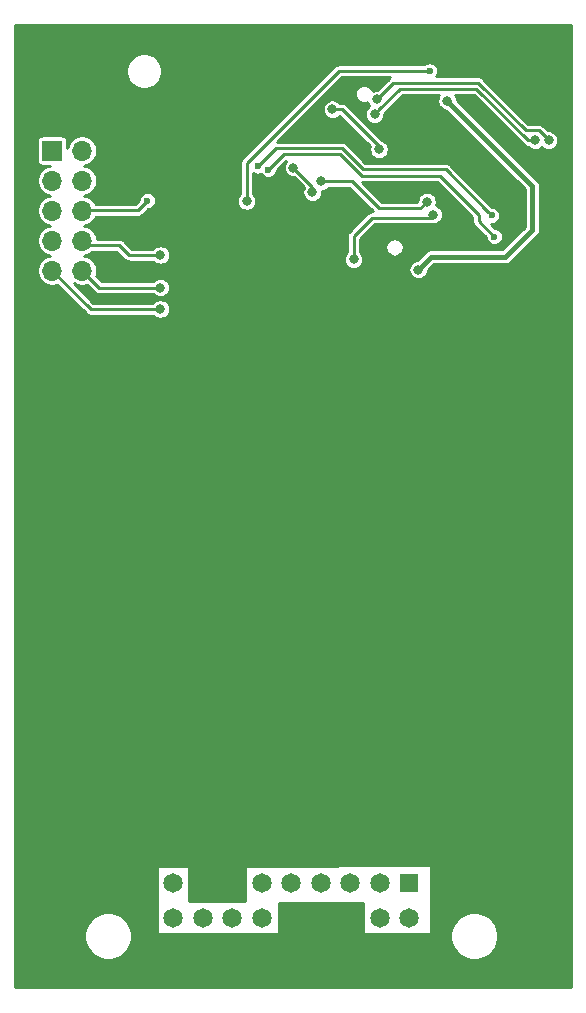
<source format=gbr>
G04 #@! TF.GenerationSoftware,KiCad,Pcbnew,(5.1.6)-1*
G04 #@! TF.CreationDate,2020-12-13T22:16:35+01:00*
G04 #@! TF.ProjectId,ETBC_2020,45544243-5f32-4303-9230-2e6b69636164,rev?*
G04 #@! TF.SameCoordinates,Original*
G04 #@! TF.FileFunction,Copper,L2,Bot*
G04 #@! TF.FilePolarity,Positive*
%FSLAX46Y46*%
G04 Gerber Fmt 4.6, Leading zero omitted, Abs format (unit mm)*
G04 Created by KiCad (PCBNEW (5.1.6)-1) date 2020-12-13 22:16:35*
%MOMM*%
%LPD*%
G01*
G04 APERTURE LIST*
G04 #@! TA.AperFunction,ComponentPad*
%ADD10O,1.700000X1.700000*%
G04 #@! TD*
G04 #@! TA.AperFunction,ComponentPad*
%ADD11R,1.700000X1.700000*%
G04 #@! TD*
G04 #@! TA.AperFunction,ComponentPad*
%ADD12R,1.650000X1.650000*%
G04 #@! TD*
G04 #@! TA.AperFunction,ComponentPad*
%ADD13C,1.650000*%
G04 #@! TD*
G04 #@! TA.AperFunction,ComponentPad*
%ADD14C,0.800000*%
G04 #@! TD*
G04 #@! TA.AperFunction,ComponentPad*
%ADD15C,6.400000*%
G04 #@! TD*
G04 #@! TA.AperFunction,ViaPad*
%ADD16C,0.800000*%
G04 #@! TD*
G04 #@! TA.AperFunction,ViaPad*
%ADD17C,0.600000*%
G04 #@! TD*
G04 #@! TA.AperFunction,Conductor*
%ADD18C,0.250000*%
G04 #@! TD*
G04 #@! TA.AperFunction,Conductor*
%ADD19C,0.431800*%
G04 #@! TD*
G04 #@! TA.AperFunction,Conductor*
%ADD20C,0.254000*%
G04 #@! TD*
G04 APERTURE END LIST*
D10*
X82115000Y-46135000D03*
X79575000Y-46135000D03*
X82115000Y-43595000D03*
X79575000Y-43595000D03*
X82115000Y-41055000D03*
X79575000Y-41055000D03*
X82115000Y-38515000D03*
X79575000Y-38515000D03*
X82115000Y-35975000D03*
D11*
X79575000Y-35975000D03*
D12*
X109825000Y-97975000D03*
D13*
X107325000Y-97975000D03*
X104825000Y-97975000D03*
X102325000Y-97975000D03*
X99825000Y-97975000D03*
X97325000Y-97975000D03*
X94825000Y-97975000D03*
X92325000Y-97975000D03*
X89825000Y-97975000D03*
X109825000Y-100975000D03*
X107325000Y-100975000D03*
X104825000Y-100975000D03*
X102325000Y-100975000D03*
X99825000Y-100975000D03*
X97325000Y-100975000D03*
X94825000Y-100975000D03*
X92325000Y-100975000D03*
X89825000Y-100975000D03*
D14*
X101697056Y-86302944D03*
X100000000Y-85600000D03*
X98302944Y-86302944D03*
X97600000Y-88000000D03*
X98302944Y-89697056D03*
X100000000Y-90400000D03*
X101697056Y-89697056D03*
X102400000Y-88000000D03*
D15*
X100000000Y-88000000D03*
D14*
X121997056Y-26802944D03*
X120300000Y-26100000D03*
X118602944Y-26802944D03*
X117900000Y-28500000D03*
X118602944Y-30197056D03*
X120300000Y-30900000D03*
X121997056Y-30197056D03*
X122700000Y-28500000D03*
D15*
X120300000Y-28500000D03*
D14*
X81397056Y-26802944D03*
X79700000Y-26100000D03*
X78002944Y-26802944D03*
X77300000Y-28500000D03*
X78002944Y-30197056D03*
X79700000Y-30900000D03*
X81397056Y-30197056D03*
X82100000Y-28500000D03*
D15*
X79700000Y-28500000D03*
D16*
X95150000Y-60375000D03*
X118475000Y-47825000D03*
X114575000Y-47825000D03*
X97275000Y-34475000D03*
X87150000Y-59225000D03*
X110725000Y-57775000D03*
X110725000Y-55975000D03*
X111875000Y-60200000D03*
X103675000Y-34475000D03*
X111025000Y-35425000D03*
X113325000Y-35100000D03*
X94875000Y-72100000D03*
X96375000Y-72100000D03*
X97875000Y-72100000D03*
X99375000Y-72100000D03*
X100875000Y-72100000D03*
X102375000Y-72100000D03*
X103875000Y-72100000D03*
X105375000Y-72100000D03*
X94875000Y-73600000D03*
X96375000Y-73600000D03*
X97875000Y-73600000D03*
X99375000Y-73600000D03*
X100875000Y-73600000D03*
X102375000Y-73600000D03*
X103875000Y-73600000D03*
X105375000Y-73600000D03*
X94875000Y-75100000D03*
X96375000Y-75100000D03*
X97875000Y-75100000D03*
X99375000Y-75100000D03*
X100875000Y-75100000D03*
X102375000Y-75100000D03*
X103875000Y-75100000D03*
X105375000Y-75100000D03*
X94875000Y-76600000D03*
X96375000Y-76600000D03*
X97875000Y-76600000D03*
X99375000Y-76600000D03*
X100875000Y-76600000D03*
X102375000Y-76600000D03*
X103875000Y-76600000D03*
X105375000Y-76600000D03*
X94875000Y-78100000D03*
X96375000Y-78100000D03*
X97875000Y-78100000D03*
X99375000Y-78100000D03*
X100875000Y-78100000D03*
X102375000Y-78100000D03*
X103875000Y-78100000D03*
X105375000Y-78100000D03*
X94875000Y-79600000D03*
X96375000Y-79600000D03*
X97875000Y-79600000D03*
X99375000Y-79600000D03*
X100875000Y-79600000D03*
X102375000Y-79600000D03*
X103875000Y-79600000D03*
X105375000Y-79600000D03*
X94875000Y-81100000D03*
X96375000Y-81100000D03*
X97875000Y-81100000D03*
X99375000Y-81100000D03*
X100875000Y-81100000D03*
X102375000Y-81100000D03*
X103875000Y-81100000D03*
X105375000Y-81100000D03*
X94875000Y-82600000D03*
X96375000Y-82600000D03*
X97875000Y-82600000D03*
X99375000Y-82600000D03*
X100875000Y-82600000D03*
X102375000Y-82600000D03*
X103875000Y-82600000D03*
X105375000Y-82600000D03*
X94875000Y-84100000D03*
X96375000Y-84100000D03*
X103875000Y-84100000D03*
X105375000Y-84100000D03*
X94875000Y-85600000D03*
X105375000Y-85600000D03*
X98175000Y-60300000D03*
X99475000Y-60300000D03*
X100775000Y-60300000D03*
X102075000Y-60300000D03*
X98175000Y-61600000D03*
X99475000Y-61600000D03*
X100775000Y-61600000D03*
X102075000Y-61600000D03*
X98175000Y-62900000D03*
X99475000Y-62900000D03*
X100775000Y-62900000D03*
X102075000Y-62900000D03*
X98175000Y-64200000D03*
X99475000Y-64200000D03*
X100775000Y-64200000D03*
X102075000Y-64200000D03*
X98175000Y-65500000D03*
X99475000Y-65500000D03*
X100775000Y-65500000D03*
X102075000Y-65500000D03*
X98175000Y-66800000D03*
X99475000Y-66800000D03*
X100775000Y-66800000D03*
X102075000Y-66800000D03*
X98175000Y-68100000D03*
X99475000Y-68100000D03*
X100775000Y-68100000D03*
X102075000Y-68100000D03*
X98175000Y-69400000D03*
X99475000Y-69400000D03*
X100775000Y-69400000D03*
X102075000Y-69400000D03*
X98175000Y-70700000D03*
X99475000Y-70700000D03*
X100775000Y-70700000D03*
X102075000Y-70700000D03*
X91050000Y-52475000D03*
X92350000Y-52475000D03*
X93650000Y-52475000D03*
X91050000Y-53775000D03*
X92350000Y-53775000D03*
X93650000Y-53775000D03*
X104050000Y-53775000D03*
X92350000Y-55075000D03*
X93650000Y-55075000D03*
X94950000Y-55075000D03*
X96250000Y-55075000D03*
X97550000Y-55075000D03*
X98850000Y-55075000D03*
X100150000Y-55075000D03*
X101450000Y-55075000D03*
X102750000Y-55075000D03*
X104050000Y-55075000D03*
X93650000Y-56375000D03*
X94950000Y-56375000D03*
X96250000Y-56375000D03*
X97550000Y-56375000D03*
X98850000Y-56375000D03*
X100150000Y-56375000D03*
X101450000Y-56375000D03*
X102750000Y-56375000D03*
X104050000Y-56375000D03*
X94950000Y-57675000D03*
X96250000Y-57675000D03*
X97550000Y-57675000D03*
X98850000Y-57675000D03*
X100150000Y-57675000D03*
X101450000Y-57675000D03*
X102750000Y-57675000D03*
X104050000Y-57675000D03*
X97550000Y-58975000D03*
X98850000Y-58975000D03*
X100150000Y-58975000D03*
X101450000Y-58975000D03*
X102750000Y-58975000D03*
X103525000Y-40300000D03*
X110912500Y-59137500D03*
X87150000Y-58250000D03*
X87150000Y-57250000D03*
X81425000Y-51200000D03*
X82550000Y-51200000D03*
X83900000Y-51200000D03*
D17*
X96999998Y-37300000D03*
X116800000Y-41460000D03*
X117025000Y-43275000D03*
X97875000Y-37600000D03*
D16*
X111325000Y-40300000D03*
X102375000Y-38575000D03*
D17*
X87650010Y-40225000D03*
D16*
X88740000Y-49400000D03*
X88725000Y-47575000D03*
D17*
X111550000Y-29225000D03*
D16*
X96050000Y-40250000D03*
X105100000Y-45200000D03*
X111850000Y-41400000D03*
X88750000Y-44825000D03*
X107075000Y-31650000D03*
X121625000Y-35100000D03*
X120475000Y-35125000D03*
X106875000Y-32900000D03*
X100000000Y-37425000D03*
X101600000Y-39525000D03*
X107250000Y-35875000D03*
X103300002Y-32475000D03*
X113025000Y-31775000D03*
X110575000Y-46050000D03*
D18*
X98500008Y-35799990D02*
X104111400Y-35799990D01*
X112890000Y-37550000D02*
X116500001Y-41160001D01*
X116500001Y-41160001D02*
X116800000Y-41460000D01*
X105861410Y-37550000D02*
X112890000Y-37550000D01*
X104111400Y-35799990D02*
X105861410Y-37550000D01*
X96999998Y-37300000D02*
X98500008Y-35799990D01*
X105775000Y-38100000D02*
X103925000Y-36250000D01*
X99225000Y-36250000D02*
X98174999Y-37300001D01*
X117025000Y-43275000D02*
X115704999Y-41954999D01*
X112400000Y-38100000D02*
X105775000Y-38100000D01*
X98174999Y-37300001D02*
X97875000Y-37600000D01*
X115704999Y-41404999D02*
X112400000Y-38100000D01*
X115704999Y-41954999D02*
X115704999Y-41404999D01*
X103925000Y-36250000D02*
X99225000Y-36250000D01*
X86825010Y-41050000D02*
X87650010Y-40225000D01*
X82115000Y-41055000D02*
X82120000Y-41050000D01*
X82120000Y-41050000D02*
X86825010Y-41050000D01*
X110750000Y-40875000D02*
X107275000Y-40875000D01*
X111325000Y-40300000D02*
X110750000Y-40875000D01*
X107275000Y-40875000D02*
X104975000Y-38575000D01*
X104975000Y-38575000D02*
X102375000Y-38575000D01*
X79575000Y-46135000D02*
X82840000Y-49400000D01*
X82840000Y-49400000D02*
X88740000Y-49400000D01*
X83555000Y-47575000D02*
X82115000Y-46135000D01*
X88725000Y-47575000D02*
X83555000Y-47575000D01*
X111550000Y-29225000D02*
X103875000Y-29225000D01*
X96050000Y-37050000D02*
X96050000Y-40250000D01*
X103875000Y-29225000D02*
X96050000Y-37050000D01*
X105100000Y-43250000D02*
X106675000Y-41675000D01*
X105100000Y-45200000D02*
X105100000Y-43250000D01*
X106675000Y-41675000D02*
X111575000Y-41675000D01*
X111575000Y-41675000D02*
X111850000Y-41400000D01*
X82500000Y-43980000D02*
X82115000Y-43595000D01*
X88750000Y-44825000D02*
X86085000Y-44825000D01*
X85240000Y-43980000D02*
X82500000Y-43980000D01*
X86085000Y-44825000D02*
X85240000Y-43980000D01*
X120785000Y-34260000D02*
X121625000Y-35100000D01*
X119680000Y-34260000D02*
X120785000Y-34260000D01*
X115670000Y-30250000D02*
X119680000Y-34260000D01*
X107075000Y-31650000D02*
X108475000Y-30250000D01*
X108475000Y-30250000D02*
X115670000Y-30250000D01*
X115508590Y-30725000D02*
X109050000Y-30725000D01*
X119908590Y-35125000D02*
X115508590Y-30725000D01*
X107274999Y-32500001D02*
X106875000Y-32900000D01*
X109050000Y-30725000D02*
X107274999Y-32500001D01*
X120475000Y-35125000D02*
X119908590Y-35125000D01*
X100000000Y-37425000D02*
X101600000Y-39025000D01*
X101600000Y-39025000D02*
X101600000Y-39525000D01*
X104125000Y-32475000D02*
X103300002Y-32475000D01*
X107250000Y-35875000D02*
X107250000Y-35600000D01*
X107250000Y-35600000D02*
X104125000Y-32475000D01*
D19*
X120250000Y-42675000D02*
X117950000Y-44975000D01*
X113025000Y-31775000D02*
X120250000Y-39000000D01*
X120250000Y-39000000D02*
X120250000Y-42675000D01*
X117950000Y-44975000D02*
X111650000Y-44975000D01*
X111650000Y-44975000D02*
X110575000Y-46050000D01*
D20*
G36*
X123523001Y-106827974D02*
G01*
X76477000Y-106827974D01*
X76477000Y-102275358D01*
X82298000Y-102275358D01*
X82298000Y-102674642D01*
X82375896Y-103066254D01*
X82528696Y-103435145D01*
X82750526Y-103767137D01*
X83032863Y-104049474D01*
X83364855Y-104271304D01*
X83733746Y-104424104D01*
X84125358Y-104502000D01*
X84524642Y-104502000D01*
X84916254Y-104424104D01*
X85285145Y-104271304D01*
X85617137Y-104049474D01*
X85899474Y-103767137D01*
X86121304Y-103435145D01*
X86274104Y-103066254D01*
X86352000Y-102674642D01*
X86352000Y-102275358D01*
X86274104Y-101883746D01*
X86121304Y-101514855D01*
X85899474Y-101182863D01*
X85617137Y-100900526D01*
X85285145Y-100678696D01*
X84916254Y-100525896D01*
X84524642Y-100448000D01*
X84125358Y-100448000D01*
X83733746Y-100525896D01*
X83364855Y-100678696D01*
X83032863Y-100900526D01*
X82750526Y-101182863D01*
X82528696Y-101514855D01*
X82375896Y-101883746D01*
X82298000Y-102275358D01*
X76477000Y-102275358D01*
X76477000Y-96675000D01*
X88423000Y-96675000D01*
X88423000Y-102225000D01*
X88425440Y-102249776D01*
X88432667Y-102273601D01*
X88444403Y-102295557D01*
X88460197Y-102314803D01*
X88479443Y-102330597D01*
X88501399Y-102342333D01*
X88525224Y-102349560D01*
X88550000Y-102352000D01*
X98625000Y-102352000D01*
X98649776Y-102349560D01*
X98673601Y-102342333D01*
X98695557Y-102330597D01*
X98714803Y-102314803D01*
X98730597Y-102295557D01*
X98742333Y-102273601D01*
X98749560Y-102249776D01*
X98752000Y-102225000D01*
X98752000Y-99702000D01*
X105898000Y-99702000D01*
X105898000Y-102150000D01*
X105900440Y-102174776D01*
X105907667Y-102198601D01*
X105919403Y-102220557D01*
X105935197Y-102239803D01*
X105954443Y-102255597D01*
X105976399Y-102267333D01*
X106000224Y-102274560D01*
X106025000Y-102277000D01*
X111525000Y-102277000D01*
X111541673Y-102275358D01*
X113298000Y-102275358D01*
X113298000Y-102674642D01*
X113375896Y-103066254D01*
X113528696Y-103435145D01*
X113750526Y-103767137D01*
X114032863Y-104049474D01*
X114364855Y-104271304D01*
X114733746Y-104424104D01*
X115125358Y-104502000D01*
X115524642Y-104502000D01*
X115916254Y-104424104D01*
X116285145Y-104271304D01*
X116617137Y-104049474D01*
X116899474Y-103767137D01*
X117121304Y-103435145D01*
X117274104Y-103066254D01*
X117352000Y-102674642D01*
X117352000Y-102275358D01*
X117274104Y-101883746D01*
X117121304Y-101514855D01*
X116899474Y-101182863D01*
X116617137Y-100900526D01*
X116285145Y-100678696D01*
X115916254Y-100525896D01*
X115524642Y-100448000D01*
X115125358Y-100448000D01*
X114733746Y-100525896D01*
X114364855Y-100678696D01*
X114032863Y-100900526D01*
X113750526Y-101182863D01*
X113528696Y-101514855D01*
X113375896Y-101883746D01*
X113298000Y-102275358D01*
X111541673Y-102275358D01*
X111549776Y-102274560D01*
X111573601Y-102267333D01*
X111595557Y-102255597D01*
X111614803Y-102239803D01*
X111630597Y-102220557D01*
X111642333Y-102198601D01*
X111649560Y-102174776D01*
X111652000Y-102150000D01*
X111652000Y-96625000D01*
X111649540Y-96600123D01*
X111642293Y-96576304D01*
X111630540Y-96554357D01*
X111614730Y-96535125D01*
X111595472Y-96519346D01*
X111573506Y-96507628D01*
X111549676Y-96500420D01*
X111524897Y-96498000D01*
X96074897Y-96510500D01*
X96050224Y-96512940D01*
X96026399Y-96520167D01*
X96004443Y-96531903D01*
X95985197Y-96547697D01*
X95969403Y-96566943D01*
X95957667Y-96588899D01*
X95950440Y-96612724D01*
X95948000Y-96637500D01*
X95948000Y-99548000D01*
X91152000Y-99548000D01*
X91152000Y-96675000D01*
X91149560Y-96650224D01*
X91142333Y-96626399D01*
X91130597Y-96604443D01*
X91114803Y-96585197D01*
X91095557Y-96569403D01*
X91073601Y-96557667D01*
X91049776Y-96550440D01*
X91025000Y-96548000D01*
X88550000Y-96548000D01*
X88525224Y-96550440D01*
X88501399Y-96557667D01*
X88479443Y-96569403D01*
X88460197Y-96585197D01*
X88444403Y-96604443D01*
X88432667Y-96626399D01*
X88425440Y-96650224D01*
X88423000Y-96675000D01*
X76477000Y-96675000D01*
X76477000Y-35125000D01*
X78295934Y-35125000D01*
X78295934Y-36825000D01*
X78304178Y-36908707D01*
X78328595Y-36989196D01*
X78368245Y-37063376D01*
X78421605Y-37128395D01*
X78486624Y-37181755D01*
X78560804Y-37221405D01*
X78641293Y-37245822D01*
X78725000Y-37254066D01*
X79368456Y-37254066D01*
X79202513Y-37287074D01*
X78970114Y-37383337D01*
X78760960Y-37523089D01*
X78583089Y-37700960D01*
X78443337Y-37910114D01*
X78347074Y-38142513D01*
X78298000Y-38389226D01*
X78298000Y-38640774D01*
X78347074Y-38887487D01*
X78443337Y-39119886D01*
X78583089Y-39329040D01*
X78760960Y-39506911D01*
X78970114Y-39646663D01*
X79202513Y-39742926D01*
X79414034Y-39785000D01*
X79202513Y-39827074D01*
X78970114Y-39923337D01*
X78760960Y-40063089D01*
X78583089Y-40240960D01*
X78443337Y-40450114D01*
X78347074Y-40682513D01*
X78298000Y-40929226D01*
X78298000Y-41180774D01*
X78347074Y-41427487D01*
X78443337Y-41659886D01*
X78583089Y-41869040D01*
X78760960Y-42046911D01*
X78970114Y-42186663D01*
X79202513Y-42282926D01*
X79414034Y-42325000D01*
X79202513Y-42367074D01*
X78970114Y-42463337D01*
X78760960Y-42603089D01*
X78583089Y-42780960D01*
X78443337Y-42990114D01*
X78347074Y-43222513D01*
X78298000Y-43469226D01*
X78298000Y-43720774D01*
X78347074Y-43967487D01*
X78443337Y-44199886D01*
X78583089Y-44409040D01*
X78760960Y-44586911D01*
X78970114Y-44726663D01*
X79202513Y-44822926D01*
X79414034Y-44865000D01*
X79202513Y-44907074D01*
X78970114Y-45003337D01*
X78760960Y-45143089D01*
X78583089Y-45320960D01*
X78443337Y-45530114D01*
X78347074Y-45762513D01*
X78298000Y-46009226D01*
X78298000Y-46260774D01*
X78347074Y-46507487D01*
X78443337Y-46739886D01*
X78583089Y-46949040D01*
X78760960Y-47126911D01*
X78970114Y-47266663D01*
X79202513Y-47362926D01*
X79449226Y-47412000D01*
X79700774Y-47412000D01*
X79947487Y-47362926D01*
X80000375Y-47341019D01*
X82430508Y-49771154D01*
X82447789Y-49792211D01*
X82468845Y-49809491D01*
X82531841Y-49861191D01*
X82583098Y-49888588D01*
X82627737Y-49912448D01*
X82731789Y-49944012D01*
X82812891Y-49952000D01*
X82812901Y-49952000D01*
X82839999Y-49954669D01*
X82867097Y-49952000D01*
X88122447Y-49952000D01*
X88212819Y-50042372D01*
X88348269Y-50132877D01*
X88498773Y-50195218D01*
X88658548Y-50227000D01*
X88821452Y-50227000D01*
X88981227Y-50195218D01*
X89131731Y-50132877D01*
X89267181Y-50042372D01*
X89382372Y-49927181D01*
X89472877Y-49791731D01*
X89535218Y-49641227D01*
X89567000Y-49481452D01*
X89567000Y-49318548D01*
X89535218Y-49158773D01*
X89472877Y-49008269D01*
X89382372Y-48872819D01*
X89267181Y-48757628D01*
X89131731Y-48667123D01*
X88981227Y-48604782D01*
X88821452Y-48573000D01*
X88658548Y-48573000D01*
X88498773Y-48604782D01*
X88348269Y-48667123D01*
X88212819Y-48757628D01*
X88122447Y-48848000D01*
X83068646Y-48848000D01*
X81441384Y-47220739D01*
X81510114Y-47266663D01*
X81742513Y-47362926D01*
X81989226Y-47412000D01*
X82240774Y-47412000D01*
X82487487Y-47362926D01*
X82540374Y-47341019D01*
X83145508Y-47946154D01*
X83162789Y-47967211D01*
X83183845Y-47984491D01*
X83183846Y-47984492D01*
X83246842Y-48036191D01*
X83342737Y-48087448D01*
X83446789Y-48119012D01*
X83555000Y-48129670D01*
X83582109Y-48127000D01*
X88107447Y-48127000D01*
X88197819Y-48217372D01*
X88333269Y-48307877D01*
X88483773Y-48370218D01*
X88643548Y-48402000D01*
X88806452Y-48402000D01*
X88966227Y-48370218D01*
X89116731Y-48307877D01*
X89252181Y-48217372D01*
X89367372Y-48102181D01*
X89457877Y-47966731D01*
X89520218Y-47816227D01*
X89552000Y-47656452D01*
X89552000Y-47493548D01*
X89520218Y-47333773D01*
X89457877Y-47183269D01*
X89367372Y-47047819D01*
X89252181Y-46932628D01*
X89116731Y-46842123D01*
X88966227Y-46779782D01*
X88806452Y-46748000D01*
X88643548Y-46748000D01*
X88483773Y-46779782D01*
X88333269Y-46842123D01*
X88197819Y-46932628D01*
X88107447Y-47023000D01*
X83783646Y-47023000D01*
X83321019Y-46560374D01*
X83342926Y-46507487D01*
X83392000Y-46260774D01*
X83392000Y-46009226D01*
X83342926Y-45762513D01*
X83246663Y-45530114D01*
X83106911Y-45320960D01*
X82929040Y-45143089D01*
X82719886Y-45003337D01*
X82487487Y-44907074D01*
X82275966Y-44865000D01*
X82487487Y-44822926D01*
X82719886Y-44726663D01*
X82929040Y-44586911D01*
X82983951Y-44532000D01*
X85011356Y-44532000D01*
X85675508Y-45196154D01*
X85692789Y-45217211D01*
X85776842Y-45286191D01*
X85872737Y-45337448D01*
X85976789Y-45369012D01*
X86057891Y-45377000D01*
X86057901Y-45377000D01*
X86084999Y-45379669D01*
X86112097Y-45377000D01*
X88132447Y-45377000D01*
X88222819Y-45467372D01*
X88358269Y-45557877D01*
X88508773Y-45620218D01*
X88668548Y-45652000D01*
X88831452Y-45652000D01*
X88991227Y-45620218D01*
X89141731Y-45557877D01*
X89277181Y-45467372D01*
X89392372Y-45352181D01*
X89482877Y-45216731D01*
X89545218Y-45066227D01*
X89577000Y-44906452D01*
X89577000Y-44743548D01*
X89545218Y-44583773D01*
X89482877Y-44433269D01*
X89392372Y-44297819D01*
X89277181Y-44182628D01*
X89141731Y-44092123D01*
X88991227Y-44029782D01*
X88831452Y-43998000D01*
X88668548Y-43998000D01*
X88508773Y-44029782D01*
X88358269Y-44092123D01*
X88222819Y-44182628D01*
X88132447Y-44273000D01*
X86313646Y-44273000D01*
X85649500Y-43608856D01*
X85632211Y-43587789D01*
X85548158Y-43518809D01*
X85452263Y-43467552D01*
X85348211Y-43435988D01*
X85267109Y-43428000D01*
X85267106Y-43428000D01*
X85240000Y-43425330D01*
X85212894Y-43428000D01*
X83383800Y-43428000D01*
X83342926Y-43222513D01*
X83246663Y-42990114D01*
X83106911Y-42780960D01*
X82929040Y-42603089D01*
X82719886Y-42463337D01*
X82487487Y-42367074D01*
X82275966Y-42325000D01*
X82487487Y-42282926D01*
X82719886Y-42186663D01*
X82929040Y-42046911D01*
X83106911Y-41869040D01*
X83246663Y-41659886D01*
X83270640Y-41602000D01*
X86797904Y-41602000D01*
X86825010Y-41604670D01*
X86852116Y-41602000D01*
X86852119Y-41602000D01*
X86933221Y-41594012D01*
X87037273Y-41562448D01*
X87133168Y-41511191D01*
X87217221Y-41442211D01*
X87234510Y-41421144D01*
X87703655Y-40952000D01*
X87721613Y-40952000D01*
X87862068Y-40924062D01*
X87994374Y-40869259D01*
X88113446Y-40789698D01*
X88214708Y-40688436D01*
X88294269Y-40569364D01*
X88349072Y-40437058D01*
X88377010Y-40296603D01*
X88377010Y-40168548D01*
X95223000Y-40168548D01*
X95223000Y-40331452D01*
X95254782Y-40491227D01*
X95317123Y-40641731D01*
X95407628Y-40777181D01*
X95522819Y-40892372D01*
X95658269Y-40982877D01*
X95808773Y-41045218D01*
X95968548Y-41077000D01*
X96131452Y-41077000D01*
X96291227Y-41045218D01*
X96441731Y-40982877D01*
X96577181Y-40892372D01*
X96692372Y-40777181D01*
X96782877Y-40641731D01*
X96845218Y-40491227D01*
X96877000Y-40331452D01*
X96877000Y-40168548D01*
X96845218Y-40008773D01*
X96782877Y-39858269D01*
X96692372Y-39722819D01*
X96602000Y-39632447D01*
X96602000Y-37908422D01*
X96655634Y-37944259D01*
X96787940Y-37999062D01*
X96928395Y-38027000D01*
X97071601Y-38027000D01*
X97212056Y-37999062D01*
X97255316Y-37981143D01*
X97310302Y-38063436D01*
X97411564Y-38164698D01*
X97530636Y-38244259D01*
X97662942Y-38299062D01*
X97803397Y-38327000D01*
X97946603Y-38327000D01*
X98087058Y-38299062D01*
X98219364Y-38244259D01*
X98338436Y-38164698D01*
X98439698Y-38063436D01*
X98519259Y-37944364D01*
X98574062Y-37812058D01*
X98602000Y-37671603D01*
X98602000Y-37653644D01*
X99357228Y-36898417D01*
X99267123Y-37033269D01*
X99204782Y-37183773D01*
X99173000Y-37343548D01*
X99173000Y-37506452D01*
X99204782Y-37666227D01*
X99267123Y-37816731D01*
X99357628Y-37952181D01*
X99472819Y-38067372D01*
X99608269Y-38157877D01*
X99758773Y-38220218D01*
X99918548Y-38252000D01*
X100046355Y-38252000D01*
X100891356Y-39097002D01*
X100867123Y-39133269D01*
X100804782Y-39283773D01*
X100773000Y-39443548D01*
X100773000Y-39606452D01*
X100804782Y-39766227D01*
X100867123Y-39916731D01*
X100957628Y-40052181D01*
X101072819Y-40167372D01*
X101208269Y-40257877D01*
X101358773Y-40320218D01*
X101518548Y-40352000D01*
X101681452Y-40352000D01*
X101841227Y-40320218D01*
X101991731Y-40257877D01*
X102127181Y-40167372D01*
X102242372Y-40052181D01*
X102332877Y-39916731D01*
X102395218Y-39766227D01*
X102427000Y-39606452D01*
X102427000Y-39443548D01*
X102418735Y-39402000D01*
X102456452Y-39402000D01*
X102616227Y-39370218D01*
X102766731Y-39307877D01*
X102902181Y-39217372D01*
X102992553Y-39127000D01*
X104746356Y-39127000D01*
X106742354Y-41123000D01*
X106702097Y-41123000D01*
X106674999Y-41120331D01*
X106647901Y-41123000D01*
X106647891Y-41123000D01*
X106566789Y-41130988D01*
X106462737Y-41162552D01*
X106428646Y-41180774D01*
X106366841Y-41213809D01*
X106309679Y-41260721D01*
X106282789Y-41282789D01*
X106265508Y-41303846D01*
X104728852Y-42840504D01*
X104707790Y-42857789D01*
X104669993Y-42903845D01*
X104638809Y-42941843D01*
X104587552Y-43037738D01*
X104555989Y-43141790D01*
X104545330Y-43250000D01*
X104548001Y-43277116D01*
X104548000Y-44582447D01*
X104457628Y-44672819D01*
X104367123Y-44808269D01*
X104304782Y-44958773D01*
X104273000Y-45118548D01*
X104273000Y-45281452D01*
X104304782Y-45441227D01*
X104367123Y-45591731D01*
X104457628Y-45727181D01*
X104572819Y-45842372D01*
X104708269Y-45932877D01*
X104858773Y-45995218D01*
X105018548Y-46027000D01*
X105181452Y-46027000D01*
X105341227Y-45995218D01*
X105491731Y-45932877D01*
X105627181Y-45842372D01*
X105742372Y-45727181D01*
X105832877Y-45591731D01*
X105895218Y-45441227D01*
X105927000Y-45281452D01*
X105927000Y-45118548D01*
X105895218Y-44958773D01*
X105832877Y-44808269D01*
X105742372Y-44672819D01*
X105652000Y-44582447D01*
X105652000Y-44098072D01*
X107798000Y-44098072D01*
X107798000Y-44251128D01*
X107827859Y-44401243D01*
X107886431Y-44542648D01*
X107971464Y-44669909D01*
X108079691Y-44778136D01*
X108206952Y-44863169D01*
X108348357Y-44921741D01*
X108498472Y-44951600D01*
X108651528Y-44951600D01*
X108801643Y-44921741D01*
X108943048Y-44863169D01*
X109070309Y-44778136D01*
X109178536Y-44669909D01*
X109263569Y-44542648D01*
X109322141Y-44401243D01*
X109352000Y-44251128D01*
X109352000Y-44098072D01*
X109322141Y-43947957D01*
X109263569Y-43806552D01*
X109178536Y-43679291D01*
X109070309Y-43571064D01*
X108943048Y-43486031D01*
X108801643Y-43427459D01*
X108651528Y-43397600D01*
X108498472Y-43397600D01*
X108348357Y-43427459D01*
X108206952Y-43486031D01*
X108079691Y-43571064D01*
X107971464Y-43679291D01*
X107886431Y-43806552D01*
X107827859Y-43947957D01*
X107798000Y-44098072D01*
X105652000Y-44098072D01*
X105652000Y-43478644D01*
X106903646Y-42227000D01*
X111547894Y-42227000D01*
X111575000Y-42229670D01*
X111602106Y-42227000D01*
X111602109Y-42227000D01*
X111683211Y-42219012D01*
X111701104Y-42213584D01*
X111768548Y-42227000D01*
X111931452Y-42227000D01*
X112091227Y-42195218D01*
X112241731Y-42132877D01*
X112377181Y-42042372D01*
X112492372Y-41927181D01*
X112582877Y-41791731D01*
X112645218Y-41641227D01*
X112677000Y-41481452D01*
X112677000Y-41318548D01*
X112645218Y-41158773D01*
X112582877Y-41008269D01*
X112492372Y-40872819D01*
X112377181Y-40757628D01*
X112241731Y-40667123D01*
X112093502Y-40605724D01*
X112120218Y-40541227D01*
X112152000Y-40381452D01*
X112152000Y-40218548D01*
X112120218Y-40058773D01*
X112057877Y-39908269D01*
X111967372Y-39772819D01*
X111852181Y-39657628D01*
X111716731Y-39567123D01*
X111566227Y-39504782D01*
X111406452Y-39473000D01*
X111243548Y-39473000D01*
X111083773Y-39504782D01*
X110933269Y-39567123D01*
X110797819Y-39657628D01*
X110682628Y-39772819D01*
X110592123Y-39908269D01*
X110529782Y-40058773D01*
X110498000Y-40218548D01*
X110498000Y-40323000D01*
X107503646Y-40323000D01*
X105832644Y-38652000D01*
X112171356Y-38652000D01*
X115152999Y-41633645D01*
X115152999Y-41927893D01*
X115150329Y-41954999D01*
X115152999Y-41982105D01*
X115152999Y-41982107D01*
X115160987Y-42063209D01*
X115192551Y-42167261D01*
X115243808Y-42263157D01*
X115312788Y-42347210D01*
X115333855Y-42364499D01*
X116298000Y-43328645D01*
X116298000Y-43346603D01*
X116325938Y-43487058D01*
X116380741Y-43619364D01*
X116460302Y-43738436D01*
X116561564Y-43839698D01*
X116680636Y-43919259D01*
X116812942Y-43974062D01*
X116953397Y-44002000D01*
X117096603Y-44002000D01*
X117237058Y-43974062D01*
X117369364Y-43919259D01*
X117488436Y-43839698D01*
X117589698Y-43738436D01*
X117669259Y-43619364D01*
X117724062Y-43487058D01*
X117752000Y-43346603D01*
X117752000Y-43203397D01*
X117724062Y-43062942D01*
X117669259Y-42930636D01*
X117589698Y-42811564D01*
X117488436Y-42710302D01*
X117369364Y-42630741D01*
X117237058Y-42575938D01*
X117096603Y-42548000D01*
X117078645Y-42548000D01*
X116714975Y-42184330D01*
X116728397Y-42187000D01*
X116871603Y-42187000D01*
X117012058Y-42159062D01*
X117144364Y-42104259D01*
X117263436Y-42024698D01*
X117364698Y-41923436D01*
X117444259Y-41804364D01*
X117499062Y-41672058D01*
X117527000Y-41531603D01*
X117527000Y-41388397D01*
X117499062Y-41247942D01*
X117444259Y-41115636D01*
X117364698Y-40996564D01*
X117263436Y-40895302D01*
X117144364Y-40815741D01*
X117012058Y-40760938D01*
X116871603Y-40733000D01*
X116853646Y-40733000D01*
X113299501Y-37178857D01*
X113282211Y-37157789D01*
X113198158Y-37088809D01*
X113102263Y-37037552D01*
X112998211Y-37005988D01*
X112917109Y-36998000D01*
X112917106Y-36998000D01*
X112890000Y-36995330D01*
X112862894Y-36998000D01*
X106090055Y-36998000D01*
X104520901Y-35428847D01*
X104503611Y-35407779D01*
X104419558Y-35338799D01*
X104323663Y-35287542D01*
X104219611Y-35255978D01*
X104138509Y-35247990D01*
X104138506Y-35247990D01*
X104111400Y-35245320D01*
X104084294Y-35247990D01*
X98632655Y-35247990D01*
X101487097Y-32393548D01*
X102473002Y-32393548D01*
X102473002Y-32556452D01*
X102504784Y-32716227D01*
X102567125Y-32866731D01*
X102657630Y-33002181D01*
X102772821Y-33117372D01*
X102908271Y-33207877D01*
X103058775Y-33270218D01*
X103218550Y-33302000D01*
X103381454Y-33302000D01*
X103541229Y-33270218D01*
X103691733Y-33207877D01*
X103827183Y-33117372D01*
X103906955Y-33037600D01*
X106468942Y-35599588D01*
X106454782Y-35633773D01*
X106423000Y-35793548D01*
X106423000Y-35956452D01*
X106454782Y-36116227D01*
X106517123Y-36266731D01*
X106607628Y-36402181D01*
X106722819Y-36517372D01*
X106858269Y-36607877D01*
X107008773Y-36670218D01*
X107168548Y-36702000D01*
X107331452Y-36702000D01*
X107491227Y-36670218D01*
X107641731Y-36607877D01*
X107777181Y-36517372D01*
X107892372Y-36402181D01*
X107982877Y-36266731D01*
X108045218Y-36116227D01*
X108077000Y-35956452D01*
X108077000Y-35793548D01*
X108045218Y-35633773D01*
X107982877Y-35483269D01*
X107892372Y-35347819D01*
X107777181Y-35232628D01*
X107641731Y-35142123D01*
X107524005Y-35093359D01*
X104534501Y-32103856D01*
X104517211Y-32082789D01*
X104433158Y-32013809D01*
X104337263Y-31962552D01*
X104233211Y-31930988D01*
X104152109Y-31923000D01*
X104152106Y-31923000D01*
X104125000Y-31920330D01*
X104097894Y-31923000D01*
X103917555Y-31923000D01*
X103827183Y-31832628D01*
X103691733Y-31742123D01*
X103541229Y-31679782D01*
X103381454Y-31648000D01*
X103218550Y-31648000D01*
X103058775Y-31679782D01*
X102908271Y-31742123D01*
X102772821Y-31832628D01*
X102657630Y-31947819D01*
X102567125Y-32083269D01*
X102504784Y-32233773D01*
X102473002Y-32393548D01*
X101487097Y-32393548D01*
X104103646Y-29777000D01*
X108188935Y-29777000D01*
X108166842Y-29788809D01*
X108082789Y-29857789D01*
X108065504Y-29878851D01*
X107121356Y-30823000D01*
X106993548Y-30823000D01*
X106833773Y-30854782D01*
X106705547Y-30907895D01*
X106663569Y-30806552D01*
X106578536Y-30679291D01*
X106470309Y-30571064D01*
X106343048Y-30486031D01*
X106201643Y-30427459D01*
X106051528Y-30397600D01*
X105898472Y-30397600D01*
X105748357Y-30427459D01*
X105606952Y-30486031D01*
X105479691Y-30571064D01*
X105371464Y-30679291D01*
X105286431Y-30806552D01*
X105227859Y-30947957D01*
X105198000Y-31098072D01*
X105198000Y-31251128D01*
X105227859Y-31401243D01*
X105286431Y-31542648D01*
X105371464Y-31669909D01*
X105479691Y-31778136D01*
X105606952Y-31863169D01*
X105748357Y-31921741D01*
X105898472Y-31951600D01*
X106051528Y-31951600D01*
X106201643Y-31921741D01*
X106279442Y-31889516D01*
X106279782Y-31891227D01*
X106342123Y-32041731D01*
X106432628Y-32177181D01*
X106446883Y-32191436D01*
X106347819Y-32257628D01*
X106232628Y-32372819D01*
X106142123Y-32508269D01*
X106079782Y-32658773D01*
X106048000Y-32818548D01*
X106048000Y-32981452D01*
X106079782Y-33141227D01*
X106142123Y-33291731D01*
X106232628Y-33427181D01*
X106347819Y-33542372D01*
X106483269Y-33632877D01*
X106633773Y-33695218D01*
X106793548Y-33727000D01*
X106956452Y-33727000D01*
X107116227Y-33695218D01*
X107266731Y-33632877D01*
X107402181Y-33542372D01*
X107517372Y-33427181D01*
X107607877Y-33291731D01*
X107670218Y-33141227D01*
X107702000Y-32981452D01*
X107702000Y-32853644D01*
X109278646Y-31277000D01*
X112363130Y-31277000D01*
X112292123Y-31383269D01*
X112229782Y-31533773D01*
X112198000Y-31693548D01*
X112198000Y-31856452D01*
X112229782Y-32016227D01*
X112292123Y-32166731D01*
X112382628Y-32302181D01*
X112497819Y-32417372D01*
X112633269Y-32507877D01*
X112783773Y-32570218D01*
X112942618Y-32601815D01*
X119607100Y-39266298D01*
X119607101Y-42408701D01*
X117683703Y-44332100D01*
X111681576Y-44332100D01*
X111650000Y-44328990D01*
X111523969Y-44341403D01*
X111402783Y-44378165D01*
X111291096Y-44437862D01*
X111193202Y-44518202D01*
X111173073Y-44542729D01*
X110492618Y-45223185D01*
X110333773Y-45254782D01*
X110183269Y-45317123D01*
X110047819Y-45407628D01*
X109932628Y-45522819D01*
X109842123Y-45658269D01*
X109779782Y-45808773D01*
X109748000Y-45968548D01*
X109748000Y-46131452D01*
X109779782Y-46291227D01*
X109842123Y-46441731D01*
X109932628Y-46577181D01*
X110047819Y-46692372D01*
X110183269Y-46782877D01*
X110333773Y-46845218D01*
X110493548Y-46877000D01*
X110656452Y-46877000D01*
X110816227Y-46845218D01*
X110966731Y-46782877D01*
X111102181Y-46692372D01*
X111217372Y-46577181D01*
X111307877Y-46441731D01*
X111370218Y-46291227D01*
X111401815Y-46132382D01*
X111916298Y-45617900D01*
X117918432Y-45617900D01*
X117950000Y-45621009D01*
X117981568Y-45617900D01*
X117981576Y-45617900D01*
X118076030Y-45608597D01*
X118197217Y-45571835D01*
X118308904Y-45512138D01*
X118406798Y-45431798D01*
X118426931Y-45407266D01*
X120682271Y-43151927D01*
X120706798Y-43131798D01*
X120787138Y-43033904D01*
X120846835Y-42922217D01*
X120883597Y-42801030D01*
X120892900Y-42706576D01*
X120892900Y-42706569D01*
X120896009Y-42675001D01*
X120892900Y-42643432D01*
X120892900Y-39031568D01*
X120896009Y-39000000D01*
X120892900Y-38968431D01*
X120892900Y-38968424D01*
X120883597Y-38873970D01*
X120846835Y-38752783D01*
X120787138Y-38641096D01*
X120706798Y-38543202D01*
X120682273Y-38523075D01*
X113851815Y-31692618D01*
X113820218Y-31533773D01*
X113757877Y-31383269D01*
X113686870Y-31277000D01*
X115279946Y-31277000D01*
X119499098Y-35496154D01*
X119516379Y-35517211D01*
X119537435Y-35534491D01*
X119537436Y-35534492D01*
X119600432Y-35586191D01*
X119696327Y-35637448D01*
X119800379Y-35669012D01*
X119854821Y-35674374D01*
X119947819Y-35767372D01*
X120083269Y-35857877D01*
X120233773Y-35920218D01*
X120393548Y-35952000D01*
X120556452Y-35952000D01*
X120716227Y-35920218D01*
X120866731Y-35857877D01*
X121002181Y-35767372D01*
X121062500Y-35707053D01*
X121097819Y-35742372D01*
X121233269Y-35832877D01*
X121383773Y-35895218D01*
X121543548Y-35927000D01*
X121706452Y-35927000D01*
X121866227Y-35895218D01*
X122016731Y-35832877D01*
X122152181Y-35742372D01*
X122267372Y-35627181D01*
X122357877Y-35491731D01*
X122420218Y-35341227D01*
X122452000Y-35181452D01*
X122452000Y-35018548D01*
X122420218Y-34858773D01*
X122357877Y-34708269D01*
X122267372Y-34572819D01*
X122152181Y-34457628D01*
X122016731Y-34367123D01*
X121866227Y-34304782D01*
X121706452Y-34273000D01*
X121578645Y-34273000D01*
X121194500Y-33888856D01*
X121177211Y-33867789D01*
X121093158Y-33798809D01*
X120997263Y-33747552D01*
X120893211Y-33715988D01*
X120812109Y-33708000D01*
X120812106Y-33708000D01*
X120785000Y-33705330D01*
X120757894Y-33708000D01*
X119908646Y-33708000D01*
X116079501Y-29878857D01*
X116062211Y-29857789D01*
X115978158Y-29788809D01*
X115882263Y-29737552D01*
X115778211Y-29705988D01*
X115697109Y-29698000D01*
X115697106Y-29698000D01*
X115670000Y-29695330D01*
X115642894Y-29698000D01*
X112105134Y-29698000D01*
X112114698Y-29688436D01*
X112194259Y-29569364D01*
X112249062Y-29437058D01*
X112277000Y-29296603D01*
X112277000Y-29153397D01*
X112249062Y-29012942D01*
X112194259Y-28880636D01*
X112114698Y-28761564D01*
X112013436Y-28660302D01*
X111894364Y-28580741D01*
X111762058Y-28525938D01*
X111621603Y-28498000D01*
X111478397Y-28498000D01*
X111337942Y-28525938D01*
X111205636Y-28580741D01*
X111086564Y-28660302D01*
X111073866Y-28673000D01*
X103902105Y-28673000D01*
X103874999Y-28670330D01*
X103847893Y-28673000D01*
X103847891Y-28673000D01*
X103766789Y-28680988D01*
X103662737Y-28712552D01*
X103566842Y-28763809D01*
X103482789Y-28832789D01*
X103465508Y-28853846D01*
X95678857Y-36640499D01*
X95657789Y-36657789D01*
X95588809Y-36741842D01*
X95537552Y-36837738D01*
X95505988Y-36941790D01*
X95500715Y-36995330D01*
X95495330Y-37050000D01*
X95498000Y-37077106D01*
X95498001Y-39632446D01*
X95407628Y-39722819D01*
X95317123Y-39858269D01*
X95254782Y-40008773D01*
X95223000Y-40168548D01*
X88377010Y-40168548D01*
X88377010Y-40153397D01*
X88349072Y-40012942D01*
X88294269Y-39880636D01*
X88214708Y-39761564D01*
X88113446Y-39660302D01*
X87994374Y-39580741D01*
X87862068Y-39525938D01*
X87721613Y-39498000D01*
X87578407Y-39498000D01*
X87437952Y-39525938D01*
X87305646Y-39580741D01*
X87186574Y-39660302D01*
X87085312Y-39761564D01*
X87005751Y-39880636D01*
X86950948Y-40012942D01*
X86923010Y-40153397D01*
X86923010Y-40171355D01*
X86596366Y-40498000D01*
X83266498Y-40498000D01*
X83246663Y-40450114D01*
X83106911Y-40240960D01*
X82929040Y-40063089D01*
X82719886Y-39923337D01*
X82487487Y-39827074D01*
X82275966Y-39785000D01*
X82487487Y-39742926D01*
X82719886Y-39646663D01*
X82929040Y-39506911D01*
X83106911Y-39329040D01*
X83246663Y-39119886D01*
X83342926Y-38887487D01*
X83392000Y-38640774D01*
X83392000Y-38389226D01*
X83342926Y-38142513D01*
X83246663Y-37910114D01*
X83106911Y-37700960D01*
X82929040Y-37523089D01*
X82719886Y-37383337D01*
X82487487Y-37287074D01*
X82275966Y-37245000D01*
X82487487Y-37202926D01*
X82719886Y-37106663D01*
X82929040Y-36966911D01*
X83106911Y-36789040D01*
X83246663Y-36579886D01*
X83342926Y-36347487D01*
X83392000Y-36100774D01*
X83392000Y-35849226D01*
X83342926Y-35602513D01*
X83246663Y-35370114D01*
X83106911Y-35160960D01*
X82929040Y-34983089D01*
X82719886Y-34843337D01*
X82487487Y-34747074D01*
X82240774Y-34698000D01*
X81989226Y-34698000D01*
X81742513Y-34747074D01*
X81510114Y-34843337D01*
X81300960Y-34983089D01*
X81123089Y-35160960D01*
X80983337Y-35370114D01*
X80887074Y-35602513D01*
X80854066Y-35768456D01*
X80854066Y-35125000D01*
X80845822Y-35041293D01*
X80821405Y-34960804D01*
X80781755Y-34886624D01*
X80728395Y-34821605D01*
X80663376Y-34768245D01*
X80589196Y-34728595D01*
X80508707Y-34704178D01*
X80425000Y-34695934D01*
X78725000Y-34695934D01*
X78641293Y-34704178D01*
X78560804Y-34728595D01*
X78486624Y-34768245D01*
X78421605Y-34821605D01*
X78368245Y-34886624D01*
X78328595Y-34960804D01*
X78304178Y-35041293D01*
X78295934Y-35125000D01*
X76477000Y-35125000D01*
X76477000Y-29102204D01*
X85836000Y-29102204D01*
X85836000Y-29402996D01*
X85894681Y-29698010D01*
X86009790Y-29975906D01*
X86176901Y-30226006D01*
X86389594Y-30438699D01*
X86639694Y-30605810D01*
X86917590Y-30720919D01*
X87212604Y-30779600D01*
X87513396Y-30779600D01*
X87808410Y-30720919D01*
X88086306Y-30605810D01*
X88336406Y-30438699D01*
X88549099Y-30226006D01*
X88716210Y-29975906D01*
X88831319Y-29698010D01*
X88890000Y-29402996D01*
X88890000Y-29102204D01*
X88831319Y-28807190D01*
X88716210Y-28529294D01*
X88549099Y-28279194D01*
X88336406Y-28066501D01*
X88086306Y-27899390D01*
X87808410Y-27784281D01*
X87513396Y-27725600D01*
X87212604Y-27725600D01*
X86917590Y-27784281D01*
X86639694Y-27899390D01*
X86389594Y-28066501D01*
X86176901Y-28279194D01*
X86009790Y-28529294D01*
X85894681Y-28807190D01*
X85836000Y-29102204D01*
X76477000Y-29102204D01*
X76477000Y-25369000D01*
X123523000Y-25369000D01*
X123523001Y-106827974D01*
G37*
X123523001Y-106827974D02*
X76477000Y-106827974D01*
X76477000Y-102275358D01*
X82298000Y-102275358D01*
X82298000Y-102674642D01*
X82375896Y-103066254D01*
X82528696Y-103435145D01*
X82750526Y-103767137D01*
X83032863Y-104049474D01*
X83364855Y-104271304D01*
X83733746Y-104424104D01*
X84125358Y-104502000D01*
X84524642Y-104502000D01*
X84916254Y-104424104D01*
X85285145Y-104271304D01*
X85617137Y-104049474D01*
X85899474Y-103767137D01*
X86121304Y-103435145D01*
X86274104Y-103066254D01*
X86352000Y-102674642D01*
X86352000Y-102275358D01*
X86274104Y-101883746D01*
X86121304Y-101514855D01*
X85899474Y-101182863D01*
X85617137Y-100900526D01*
X85285145Y-100678696D01*
X84916254Y-100525896D01*
X84524642Y-100448000D01*
X84125358Y-100448000D01*
X83733746Y-100525896D01*
X83364855Y-100678696D01*
X83032863Y-100900526D01*
X82750526Y-101182863D01*
X82528696Y-101514855D01*
X82375896Y-101883746D01*
X82298000Y-102275358D01*
X76477000Y-102275358D01*
X76477000Y-96675000D01*
X88423000Y-96675000D01*
X88423000Y-102225000D01*
X88425440Y-102249776D01*
X88432667Y-102273601D01*
X88444403Y-102295557D01*
X88460197Y-102314803D01*
X88479443Y-102330597D01*
X88501399Y-102342333D01*
X88525224Y-102349560D01*
X88550000Y-102352000D01*
X98625000Y-102352000D01*
X98649776Y-102349560D01*
X98673601Y-102342333D01*
X98695557Y-102330597D01*
X98714803Y-102314803D01*
X98730597Y-102295557D01*
X98742333Y-102273601D01*
X98749560Y-102249776D01*
X98752000Y-102225000D01*
X98752000Y-99702000D01*
X105898000Y-99702000D01*
X105898000Y-102150000D01*
X105900440Y-102174776D01*
X105907667Y-102198601D01*
X105919403Y-102220557D01*
X105935197Y-102239803D01*
X105954443Y-102255597D01*
X105976399Y-102267333D01*
X106000224Y-102274560D01*
X106025000Y-102277000D01*
X111525000Y-102277000D01*
X111541673Y-102275358D01*
X113298000Y-102275358D01*
X113298000Y-102674642D01*
X113375896Y-103066254D01*
X113528696Y-103435145D01*
X113750526Y-103767137D01*
X114032863Y-104049474D01*
X114364855Y-104271304D01*
X114733746Y-104424104D01*
X115125358Y-104502000D01*
X115524642Y-104502000D01*
X115916254Y-104424104D01*
X116285145Y-104271304D01*
X116617137Y-104049474D01*
X116899474Y-103767137D01*
X117121304Y-103435145D01*
X117274104Y-103066254D01*
X117352000Y-102674642D01*
X117352000Y-102275358D01*
X117274104Y-101883746D01*
X117121304Y-101514855D01*
X116899474Y-101182863D01*
X116617137Y-100900526D01*
X116285145Y-100678696D01*
X115916254Y-100525896D01*
X115524642Y-100448000D01*
X115125358Y-100448000D01*
X114733746Y-100525896D01*
X114364855Y-100678696D01*
X114032863Y-100900526D01*
X113750526Y-101182863D01*
X113528696Y-101514855D01*
X113375896Y-101883746D01*
X113298000Y-102275358D01*
X111541673Y-102275358D01*
X111549776Y-102274560D01*
X111573601Y-102267333D01*
X111595557Y-102255597D01*
X111614803Y-102239803D01*
X111630597Y-102220557D01*
X111642333Y-102198601D01*
X111649560Y-102174776D01*
X111652000Y-102150000D01*
X111652000Y-96625000D01*
X111649540Y-96600123D01*
X111642293Y-96576304D01*
X111630540Y-96554357D01*
X111614730Y-96535125D01*
X111595472Y-96519346D01*
X111573506Y-96507628D01*
X111549676Y-96500420D01*
X111524897Y-96498000D01*
X96074897Y-96510500D01*
X96050224Y-96512940D01*
X96026399Y-96520167D01*
X96004443Y-96531903D01*
X95985197Y-96547697D01*
X95969403Y-96566943D01*
X95957667Y-96588899D01*
X95950440Y-96612724D01*
X95948000Y-96637500D01*
X95948000Y-99548000D01*
X91152000Y-99548000D01*
X91152000Y-96675000D01*
X91149560Y-96650224D01*
X91142333Y-96626399D01*
X91130597Y-96604443D01*
X91114803Y-96585197D01*
X91095557Y-96569403D01*
X91073601Y-96557667D01*
X91049776Y-96550440D01*
X91025000Y-96548000D01*
X88550000Y-96548000D01*
X88525224Y-96550440D01*
X88501399Y-96557667D01*
X88479443Y-96569403D01*
X88460197Y-96585197D01*
X88444403Y-96604443D01*
X88432667Y-96626399D01*
X88425440Y-96650224D01*
X88423000Y-96675000D01*
X76477000Y-96675000D01*
X76477000Y-35125000D01*
X78295934Y-35125000D01*
X78295934Y-36825000D01*
X78304178Y-36908707D01*
X78328595Y-36989196D01*
X78368245Y-37063376D01*
X78421605Y-37128395D01*
X78486624Y-37181755D01*
X78560804Y-37221405D01*
X78641293Y-37245822D01*
X78725000Y-37254066D01*
X79368456Y-37254066D01*
X79202513Y-37287074D01*
X78970114Y-37383337D01*
X78760960Y-37523089D01*
X78583089Y-37700960D01*
X78443337Y-37910114D01*
X78347074Y-38142513D01*
X78298000Y-38389226D01*
X78298000Y-38640774D01*
X78347074Y-38887487D01*
X78443337Y-39119886D01*
X78583089Y-39329040D01*
X78760960Y-39506911D01*
X78970114Y-39646663D01*
X79202513Y-39742926D01*
X79414034Y-39785000D01*
X79202513Y-39827074D01*
X78970114Y-39923337D01*
X78760960Y-40063089D01*
X78583089Y-40240960D01*
X78443337Y-40450114D01*
X78347074Y-40682513D01*
X78298000Y-40929226D01*
X78298000Y-41180774D01*
X78347074Y-41427487D01*
X78443337Y-41659886D01*
X78583089Y-41869040D01*
X78760960Y-42046911D01*
X78970114Y-42186663D01*
X79202513Y-42282926D01*
X79414034Y-42325000D01*
X79202513Y-42367074D01*
X78970114Y-42463337D01*
X78760960Y-42603089D01*
X78583089Y-42780960D01*
X78443337Y-42990114D01*
X78347074Y-43222513D01*
X78298000Y-43469226D01*
X78298000Y-43720774D01*
X78347074Y-43967487D01*
X78443337Y-44199886D01*
X78583089Y-44409040D01*
X78760960Y-44586911D01*
X78970114Y-44726663D01*
X79202513Y-44822926D01*
X79414034Y-44865000D01*
X79202513Y-44907074D01*
X78970114Y-45003337D01*
X78760960Y-45143089D01*
X78583089Y-45320960D01*
X78443337Y-45530114D01*
X78347074Y-45762513D01*
X78298000Y-46009226D01*
X78298000Y-46260774D01*
X78347074Y-46507487D01*
X78443337Y-46739886D01*
X78583089Y-46949040D01*
X78760960Y-47126911D01*
X78970114Y-47266663D01*
X79202513Y-47362926D01*
X79449226Y-47412000D01*
X79700774Y-47412000D01*
X79947487Y-47362926D01*
X80000375Y-47341019D01*
X82430508Y-49771154D01*
X82447789Y-49792211D01*
X82468845Y-49809491D01*
X82531841Y-49861191D01*
X82583098Y-49888588D01*
X82627737Y-49912448D01*
X82731789Y-49944012D01*
X82812891Y-49952000D01*
X82812901Y-49952000D01*
X82839999Y-49954669D01*
X82867097Y-49952000D01*
X88122447Y-49952000D01*
X88212819Y-50042372D01*
X88348269Y-50132877D01*
X88498773Y-50195218D01*
X88658548Y-50227000D01*
X88821452Y-50227000D01*
X88981227Y-50195218D01*
X89131731Y-50132877D01*
X89267181Y-50042372D01*
X89382372Y-49927181D01*
X89472877Y-49791731D01*
X89535218Y-49641227D01*
X89567000Y-49481452D01*
X89567000Y-49318548D01*
X89535218Y-49158773D01*
X89472877Y-49008269D01*
X89382372Y-48872819D01*
X89267181Y-48757628D01*
X89131731Y-48667123D01*
X88981227Y-48604782D01*
X88821452Y-48573000D01*
X88658548Y-48573000D01*
X88498773Y-48604782D01*
X88348269Y-48667123D01*
X88212819Y-48757628D01*
X88122447Y-48848000D01*
X83068646Y-48848000D01*
X81441384Y-47220739D01*
X81510114Y-47266663D01*
X81742513Y-47362926D01*
X81989226Y-47412000D01*
X82240774Y-47412000D01*
X82487487Y-47362926D01*
X82540374Y-47341019D01*
X83145508Y-47946154D01*
X83162789Y-47967211D01*
X83183845Y-47984491D01*
X83183846Y-47984492D01*
X83246842Y-48036191D01*
X83342737Y-48087448D01*
X83446789Y-48119012D01*
X83555000Y-48129670D01*
X83582109Y-48127000D01*
X88107447Y-48127000D01*
X88197819Y-48217372D01*
X88333269Y-48307877D01*
X88483773Y-48370218D01*
X88643548Y-48402000D01*
X88806452Y-48402000D01*
X88966227Y-48370218D01*
X89116731Y-48307877D01*
X89252181Y-48217372D01*
X89367372Y-48102181D01*
X89457877Y-47966731D01*
X89520218Y-47816227D01*
X89552000Y-47656452D01*
X89552000Y-47493548D01*
X89520218Y-47333773D01*
X89457877Y-47183269D01*
X89367372Y-47047819D01*
X89252181Y-46932628D01*
X89116731Y-46842123D01*
X88966227Y-46779782D01*
X88806452Y-46748000D01*
X88643548Y-46748000D01*
X88483773Y-46779782D01*
X88333269Y-46842123D01*
X88197819Y-46932628D01*
X88107447Y-47023000D01*
X83783646Y-47023000D01*
X83321019Y-46560374D01*
X83342926Y-46507487D01*
X83392000Y-46260774D01*
X83392000Y-46009226D01*
X83342926Y-45762513D01*
X83246663Y-45530114D01*
X83106911Y-45320960D01*
X82929040Y-45143089D01*
X82719886Y-45003337D01*
X82487487Y-44907074D01*
X82275966Y-44865000D01*
X82487487Y-44822926D01*
X82719886Y-44726663D01*
X82929040Y-44586911D01*
X82983951Y-44532000D01*
X85011356Y-44532000D01*
X85675508Y-45196154D01*
X85692789Y-45217211D01*
X85776842Y-45286191D01*
X85872737Y-45337448D01*
X85976789Y-45369012D01*
X86057891Y-45377000D01*
X86057901Y-45377000D01*
X86084999Y-45379669D01*
X86112097Y-45377000D01*
X88132447Y-45377000D01*
X88222819Y-45467372D01*
X88358269Y-45557877D01*
X88508773Y-45620218D01*
X88668548Y-45652000D01*
X88831452Y-45652000D01*
X88991227Y-45620218D01*
X89141731Y-45557877D01*
X89277181Y-45467372D01*
X89392372Y-45352181D01*
X89482877Y-45216731D01*
X89545218Y-45066227D01*
X89577000Y-44906452D01*
X89577000Y-44743548D01*
X89545218Y-44583773D01*
X89482877Y-44433269D01*
X89392372Y-44297819D01*
X89277181Y-44182628D01*
X89141731Y-44092123D01*
X88991227Y-44029782D01*
X88831452Y-43998000D01*
X88668548Y-43998000D01*
X88508773Y-44029782D01*
X88358269Y-44092123D01*
X88222819Y-44182628D01*
X88132447Y-44273000D01*
X86313646Y-44273000D01*
X85649500Y-43608856D01*
X85632211Y-43587789D01*
X85548158Y-43518809D01*
X85452263Y-43467552D01*
X85348211Y-43435988D01*
X85267109Y-43428000D01*
X85267106Y-43428000D01*
X85240000Y-43425330D01*
X85212894Y-43428000D01*
X83383800Y-43428000D01*
X83342926Y-43222513D01*
X83246663Y-42990114D01*
X83106911Y-42780960D01*
X82929040Y-42603089D01*
X82719886Y-42463337D01*
X82487487Y-42367074D01*
X82275966Y-42325000D01*
X82487487Y-42282926D01*
X82719886Y-42186663D01*
X82929040Y-42046911D01*
X83106911Y-41869040D01*
X83246663Y-41659886D01*
X83270640Y-41602000D01*
X86797904Y-41602000D01*
X86825010Y-41604670D01*
X86852116Y-41602000D01*
X86852119Y-41602000D01*
X86933221Y-41594012D01*
X87037273Y-41562448D01*
X87133168Y-41511191D01*
X87217221Y-41442211D01*
X87234510Y-41421144D01*
X87703655Y-40952000D01*
X87721613Y-40952000D01*
X87862068Y-40924062D01*
X87994374Y-40869259D01*
X88113446Y-40789698D01*
X88214708Y-40688436D01*
X88294269Y-40569364D01*
X88349072Y-40437058D01*
X88377010Y-40296603D01*
X88377010Y-40168548D01*
X95223000Y-40168548D01*
X95223000Y-40331452D01*
X95254782Y-40491227D01*
X95317123Y-40641731D01*
X95407628Y-40777181D01*
X95522819Y-40892372D01*
X95658269Y-40982877D01*
X95808773Y-41045218D01*
X95968548Y-41077000D01*
X96131452Y-41077000D01*
X96291227Y-41045218D01*
X96441731Y-40982877D01*
X96577181Y-40892372D01*
X96692372Y-40777181D01*
X96782877Y-40641731D01*
X96845218Y-40491227D01*
X96877000Y-40331452D01*
X96877000Y-40168548D01*
X96845218Y-40008773D01*
X96782877Y-39858269D01*
X96692372Y-39722819D01*
X96602000Y-39632447D01*
X96602000Y-37908422D01*
X96655634Y-37944259D01*
X96787940Y-37999062D01*
X96928395Y-38027000D01*
X97071601Y-38027000D01*
X97212056Y-37999062D01*
X97255316Y-37981143D01*
X97310302Y-38063436D01*
X97411564Y-38164698D01*
X97530636Y-38244259D01*
X97662942Y-38299062D01*
X97803397Y-38327000D01*
X97946603Y-38327000D01*
X98087058Y-38299062D01*
X98219364Y-38244259D01*
X98338436Y-38164698D01*
X98439698Y-38063436D01*
X98519259Y-37944364D01*
X98574062Y-37812058D01*
X98602000Y-37671603D01*
X98602000Y-37653644D01*
X99357228Y-36898417D01*
X99267123Y-37033269D01*
X99204782Y-37183773D01*
X99173000Y-37343548D01*
X99173000Y-37506452D01*
X99204782Y-37666227D01*
X99267123Y-37816731D01*
X99357628Y-37952181D01*
X99472819Y-38067372D01*
X99608269Y-38157877D01*
X99758773Y-38220218D01*
X99918548Y-38252000D01*
X100046355Y-38252000D01*
X100891356Y-39097002D01*
X100867123Y-39133269D01*
X100804782Y-39283773D01*
X100773000Y-39443548D01*
X100773000Y-39606452D01*
X100804782Y-39766227D01*
X100867123Y-39916731D01*
X100957628Y-40052181D01*
X101072819Y-40167372D01*
X101208269Y-40257877D01*
X101358773Y-40320218D01*
X101518548Y-40352000D01*
X101681452Y-40352000D01*
X101841227Y-40320218D01*
X101991731Y-40257877D01*
X102127181Y-40167372D01*
X102242372Y-40052181D01*
X102332877Y-39916731D01*
X102395218Y-39766227D01*
X102427000Y-39606452D01*
X102427000Y-39443548D01*
X102418735Y-39402000D01*
X102456452Y-39402000D01*
X102616227Y-39370218D01*
X102766731Y-39307877D01*
X102902181Y-39217372D01*
X102992553Y-39127000D01*
X104746356Y-39127000D01*
X106742354Y-41123000D01*
X106702097Y-41123000D01*
X106674999Y-41120331D01*
X106647901Y-41123000D01*
X106647891Y-41123000D01*
X106566789Y-41130988D01*
X106462737Y-41162552D01*
X106428646Y-41180774D01*
X106366841Y-41213809D01*
X106309679Y-41260721D01*
X106282789Y-41282789D01*
X106265508Y-41303846D01*
X104728852Y-42840504D01*
X104707790Y-42857789D01*
X104669993Y-42903845D01*
X104638809Y-42941843D01*
X104587552Y-43037738D01*
X104555989Y-43141790D01*
X104545330Y-43250000D01*
X104548001Y-43277116D01*
X104548000Y-44582447D01*
X104457628Y-44672819D01*
X104367123Y-44808269D01*
X104304782Y-44958773D01*
X104273000Y-45118548D01*
X104273000Y-45281452D01*
X104304782Y-45441227D01*
X104367123Y-45591731D01*
X104457628Y-45727181D01*
X104572819Y-45842372D01*
X104708269Y-45932877D01*
X104858773Y-45995218D01*
X105018548Y-46027000D01*
X105181452Y-46027000D01*
X105341227Y-45995218D01*
X105491731Y-45932877D01*
X105627181Y-45842372D01*
X105742372Y-45727181D01*
X105832877Y-45591731D01*
X105895218Y-45441227D01*
X105927000Y-45281452D01*
X105927000Y-45118548D01*
X105895218Y-44958773D01*
X105832877Y-44808269D01*
X105742372Y-44672819D01*
X105652000Y-44582447D01*
X105652000Y-44098072D01*
X107798000Y-44098072D01*
X107798000Y-44251128D01*
X107827859Y-44401243D01*
X107886431Y-44542648D01*
X107971464Y-44669909D01*
X108079691Y-44778136D01*
X108206952Y-44863169D01*
X108348357Y-44921741D01*
X108498472Y-44951600D01*
X108651528Y-44951600D01*
X108801643Y-44921741D01*
X108943048Y-44863169D01*
X109070309Y-44778136D01*
X109178536Y-44669909D01*
X109263569Y-44542648D01*
X109322141Y-44401243D01*
X109352000Y-44251128D01*
X109352000Y-44098072D01*
X109322141Y-43947957D01*
X109263569Y-43806552D01*
X109178536Y-43679291D01*
X109070309Y-43571064D01*
X108943048Y-43486031D01*
X108801643Y-43427459D01*
X108651528Y-43397600D01*
X108498472Y-43397600D01*
X108348357Y-43427459D01*
X108206952Y-43486031D01*
X108079691Y-43571064D01*
X107971464Y-43679291D01*
X107886431Y-43806552D01*
X107827859Y-43947957D01*
X107798000Y-44098072D01*
X105652000Y-44098072D01*
X105652000Y-43478644D01*
X106903646Y-42227000D01*
X111547894Y-42227000D01*
X111575000Y-42229670D01*
X111602106Y-42227000D01*
X111602109Y-42227000D01*
X111683211Y-42219012D01*
X111701104Y-42213584D01*
X111768548Y-42227000D01*
X111931452Y-42227000D01*
X112091227Y-42195218D01*
X112241731Y-42132877D01*
X112377181Y-42042372D01*
X112492372Y-41927181D01*
X112582877Y-41791731D01*
X112645218Y-41641227D01*
X112677000Y-41481452D01*
X112677000Y-41318548D01*
X112645218Y-41158773D01*
X112582877Y-41008269D01*
X112492372Y-40872819D01*
X112377181Y-40757628D01*
X112241731Y-40667123D01*
X112093502Y-40605724D01*
X112120218Y-40541227D01*
X112152000Y-40381452D01*
X112152000Y-40218548D01*
X112120218Y-40058773D01*
X112057877Y-39908269D01*
X111967372Y-39772819D01*
X111852181Y-39657628D01*
X111716731Y-39567123D01*
X111566227Y-39504782D01*
X111406452Y-39473000D01*
X111243548Y-39473000D01*
X111083773Y-39504782D01*
X110933269Y-39567123D01*
X110797819Y-39657628D01*
X110682628Y-39772819D01*
X110592123Y-39908269D01*
X110529782Y-40058773D01*
X110498000Y-40218548D01*
X110498000Y-40323000D01*
X107503646Y-40323000D01*
X105832644Y-38652000D01*
X112171356Y-38652000D01*
X115152999Y-41633645D01*
X115152999Y-41927893D01*
X115150329Y-41954999D01*
X115152999Y-41982105D01*
X115152999Y-41982107D01*
X115160987Y-42063209D01*
X115192551Y-42167261D01*
X115243808Y-42263157D01*
X115312788Y-42347210D01*
X115333855Y-42364499D01*
X116298000Y-43328645D01*
X116298000Y-43346603D01*
X116325938Y-43487058D01*
X116380741Y-43619364D01*
X116460302Y-43738436D01*
X116561564Y-43839698D01*
X116680636Y-43919259D01*
X116812942Y-43974062D01*
X116953397Y-44002000D01*
X117096603Y-44002000D01*
X117237058Y-43974062D01*
X117369364Y-43919259D01*
X117488436Y-43839698D01*
X117589698Y-43738436D01*
X117669259Y-43619364D01*
X117724062Y-43487058D01*
X117752000Y-43346603D01*
X117752000Y-43203397D01*
X117724062Y-43062942D01*
X117669259Y-42930636D01*
X117589698Y-42811564D01*
X117488436Y-42710302D01*
X117369364Y-42630741D01*
X117237058Y-42575938D01*
X117096603Y-42548000D01*
X117078645Y-42548000D01*
X116714975Y-42184330D01*
X116728397Y-42187000D01*
X116871603Y-42187000D01*
X117012058Y-42159062D01*
X117144364Y-42104259D01*
X117263436Y-42024698D01*
X117364698Y-41923436D01*
X117444259Y-41804364D01*
X117499062Y-41672058D01*
X117527000Y-41531603D01*
X117527000Y-41388397D01*
X117499062Y-41247942D01*
X117444259Y-41115636D01*
X117364698Y-40996564D01*
X117263436Y-40895302D01*
X117144364Y-40815741D01*
X117012058Y-40760938D01*
X116871603Y-40733000D01*
X116853646Y-40733000D01*
X113299501Y-37178857D01*
X113282211Y-37157789D01*
X113198158Y-37088809D01*
X113102263Y-37037552D01*
X112998211Y-37005988D01*
X112917109Y-36998000D01*
X112917106Y-36998000D01*
X112890000Y-36995330D01*
X112862894Y-36998000D01*
X106090055Y-36998000D01*
X104520901Y-35428847D01*
X104503611Y-35407779D01*
X104419558Y-35338799D01*
X104323663Y-35287542D01*
X104219611Y-35255978D01*
X104138509Y-35247990D01*
X104138506Y-35247990D01*
X104111400Y-35245320D01*
X104084294Y-35247990D01*
X98632655Y-35247990D01*
X101487097Y-32393548D01*
X102473002Y-32393548D01*
X102473002Y-32556452D01*
X102504784Y-32716227D01*
X102567125Y-32866731D01*
X102657630Y-33002181D01*
X102772821Y-33117372D01*
X102908271Y-33207877D01*
X103058775Y-33270218D01*
X103218550Y-33302000D01*
X103381454Y-33302000D01*
X103541229Y-33270218D01*
X103691733Y-33207877D01*
X103827183Y-33117372D01*
X103906955Y-33037600D01*
X106468942Y-35599588D01*
X106454782Y-35633773D01*
X106423000Y-35793548D01*
X106423000Y-35956452D01*
X106454782Y-36116227D01*
X106517123Y-36266731D01*
X106607628Y-36402181D01*
X106722819Y-36517372D01*
X106858269Y-36607877D01*
X107008773Y-36670218D01*
X107168548Y-36702000D01*
X107331452Y-36702000D01*
X107491227Y-36670218D01*
X107641731Y-36607877D01*
X107777181Y-36517372D01*
X107892372Y-36402181D01*
X107982877Y-36266731D01*
X108045218Y-36116227D01*
X108077000Y-35956452D01*
X108077000Y-35793548D01*
X108045218Y-35633773D01*
X107982877Y-35483269D01*
X107892372Y-35347819D01*
X107777181Y-35232628D01*
X107641731Y-35142123D01*
X107524005Y-35093359D01*
X104534501Y-32103856D01*
X104517211Y-32082789D01*
X104433158Y-32013809D01*
X104337263Y-31962552D01*
X104233211Y-31930988D01*
X104152109Y-31923000D01*
X104152106Y-31923000D01*
X104125000Y-31920330D01*
X104097894Y-31923000D01*
X103917555Y-31923000D01*
X103827183Y-31832628D01*
X103691733Y-31742123D01*
X103541229Y-31679782D01*
X103381454Y-31648000D01*
X103218550Y-31648000D01*
X103058775Y-31679782D01*
X102908271Y-31742123D01*
X102772821Y-31832628D01*
X102657630Y-31947819D01*
X102567125Y-32083269D01*
X102504784Y-32233773D01*
X102473002Y-32393548D01*
X101487097Y-32393548D01*
X104103646Y-29777000D01*
X108188935Y-29777000D01*
X108166842Y-29788809D01*
X108082789Y-29857789D01*
X108065504Y-29878851D01*
X107121356Y-30823000D01*
X106993548Y-30823000D01*
X106833773Y-30854782D01*
X106705547Y-30907895D01*
X106663569Y-30806552D01*
X106578536Y-30679291D01*
X106470309Y-30571064D01*
X106343048Y-30486031D01*
X106201643Y-30427459D01*
X106051528Y-30397600D01*
X105898472Y-30397600D01*
X105748357Y-30427459D01*
X105606952Y-30486031D01*
X105479691Y-30571064D01*
X105371464Y-30679291D01*
X105286431Y-30806552D01*
X105227859Y-30947957D01*
X105198000Y-31098072D01*
X105198000Y-31251128D01*
X105227859Y-31401243D01*
X105286431Y-31542648D01*
X105371464Y-31669909D01*
X105479691Y-31778136D01*
X105606952Y-31863169D01*
X105748357Y-31921741D01*
X105898472Y-31951600D01*
X106051528Y-31951600D01*
X106201643Y-31921741D01*
X106279442Y-31889516D01*
X106279782Y-31891227D01*
X106342123Y-32041731D01*
X106432628Y-32177181D01*
X106446883Y-32191436D01*
X106347819Y-32257628D01*
X106232628Y-32372819D01*
X106142123Y-32508269D01*
X106079782Y-32658773D01*
X106048000Y-32818548D01*
X106048000Y-32981452D01*
X106079782Y-33141227D01*
X106142123Y-33291731D01*
X106232628Y-33427181D01*
X106347819Y-33542372D01*
X106483269Y-33632877D01*
X106633773Y-33695218D01*
X106793548Y-33727000D01*
X106956452Y-33727000D01*
X107116227Y-33695218D01*
X107266731Y-33632877D01*
X107402181Y-33542372D01*
X107517372Y-33427181D01*
X107607877Y-33291731D01*
X107670218Y-33141227D01*
X107702000Y-32981452D01*
X107702000Y-32853644D01*
X109278646Y-31277000D01*
X112363130Y-31277000D01*
X112292123Y-31383269D01*
X112229782Y-31533773D01*
X112198000Y-31693548D01*
X112198000Y-31856452D01*
X112229782Y-32016227D01*
X112292123Y-32166731D01*
X112382628Y-32302181D01*
X112497819Y-32417372D01*
X112633269Y-32507877D01*
X112783773Y-32570218D01*
X112942618Y-32601815D01*
X119607100Y-39266298D01*
X119607101Y-42408701D01*
X117683703Y-44332100D01*
X111681576Y-44332100D01*
X111650000Y-44328990D01*
X111523969Y-44341403D01*
X111402783Y-44378165D01*
X111291096Y-44437862D01*
X111193202Y-44518202D01*
X111173073Y-44542729D01*
X110492618Y-45223185D01*
X110333773Y-45254782D01*
X110183269Y-45317123D01*
X110047819Y-45407628D01*
X109932628Y-45522819D01*
X109842123Y-45658269D01*
X109779782Y-45808773D01*
X109748000Y-45968548D01*
X109748000Y-46131452D01*
X109779782Y-46291227D01*
X109842123Y-46441731D01*
X109932628Y-46577181D01*
X110047819Y-46692372D01*
X110183269Y-46782877D01*
X110333773Y-46845218D01*
X110493548Y-46877000D01*
X110656452Y-46877000D01*
X110816227Y-46845218D01*
X110966731Y-46782877D01*
X111102181Y-46692372D01*
X111217372Y-46577181D01*
X111307877Y-46441731D01*
X111370218Y-46291227D01*
X111401815Y-46132382D01*
X111916298Y-45617900D01*
X117918432Y-45617900D01*
X117950000Y-45621009D01*
X117981568Y-45617900D01*
X117981576Y-45617900D01*
X118076030Y-45608597D01*
X118197217Y-45571835D01*
X118308904Y-45512138D01*
X118406798Y-45431798D01*
X118426931Y-45407266D01*
X120682271Y-43151927D01*
X120706798Y-43131798D01*
X120787138Y-43033904D01*
X120846835Y-42922217D01*
X120883597Y-42801030D01*
X120892900Y-42706576D01*
X120892900Y-42706569D01*
X120896009Y-42675001D01*
X120892900Y-42643432D01*
X120892900Y-39031568D01*
X120896009Y-39000000D01*
X120892900Y-38968431D01*
X120892900Y-38968424D01*
X120883597Y-38873970D01*
X120846835Y-38752783D01*
X120787138Y-38641096D01*
X120706798Y-38543202D01*
X120682273Y-38523075D01*
X113851815Y-31692618D01*
X113820218Y-31533773D01*
X113757877Y-31383269D01*
X113686870Y-31277000D01*
X115279946Y-31277000D01*
X119499098Y-35496154D01*
X119516379Y-35517211D01*
X119537435Y-35534491D01*
X119537436Y-35534492D01*
X119600432Y-35586191D01*
X119696327Y-35637448D01*
X119800379Y-35669012D01*
X119854821Y-35674374D01*
X119947819Y-35767372D01*
X120083269Y-35857877D01*
X120233773Y-35920218D01*
X120393548Y-35952000D01*
X120556452Y-35952000D01*
X120716227Y-35920218D01*
X120866731Y-35857877D01*
X121002181Y-35767372D01*
X121062500Y-35707053D01*
X121097819Y-35742372D01*
X121233269Y-35832877D01*
X121383773Y-35895218D01*
X121543548Y-35927000D01*
X121706452Y-35927000D01*
X121866227Y-35895218D01*
X122016731Y-35832877D01*
X122152181Y-35742372D01*
X122267372Y-35627181D01*
X122357877Y-35491731D01*
X122420218Y-35341227D01*
X122452000Y-35181452D01*
X122452000Y-35018548D01*
X122420218Y-34858773D01*
X122357877Y-34708269D01*
X122267372Y-34572819D01*
X122152181Y-34457628D01*
X122016731Y-34367123D01*
X121866227Y-34304782D01*
X121706452Y-34273000D01*
X121578645Y-34273000D01*
X121194500Y-33888856D01*
X121177211Y-33867789D01*
X121093158Y-33798809D01*
X120997263Y-33747552D01*
X120893211Y-33715988D01*
X120812109Y-33708000D01*
X120812106Y-33708000D01*
X120785000Y-33705330D01*
X120757894Y-33708000D01*
X119908646Y-33708000D01*
X116079501Y-29878857D01*
X116062211Y-29857789D01*
X115978158Y-29788809D01*
X115882263Y-29737552D01*
X115778211Y-29705988D01*
X115697109Y-29698000D01*
X115697106Y-29698000D01*
X115670000Y-29695330D01*
X115642894Y-29698000D01*
X112105134Y-29698000D01*
X112114698Y-29688436D01*
X112194259Y-29569364D01*
X112249062Y-29437058D01*
X112277000Y-29296603D01*
X112277000Y-29153397D01*
X112249062Y-29012942D01*
X112194259Y-28880636D01*
X112114698Y-28761564D01*
X112013436Y-28660302D01*
X111894364Y-28580741D01*
X111762058Y-28525938D01*
X111621603Y-28498000D01*
X111478397Y-28498000D01*
X111337942Y-28525938D01*
X111205636Y-28580741D01*
X111086564Y-28660302D01*
X111073866Y-28673000D01*
X103902105Y-28673000D01*
X103874999Y-28670330D01*
X103847893Y-28673000D01*
X103847891Y-28673000D01*
X103766789Y-28680988D01*
X103662737Y-28712552D01*
X103566842Y-28763809D01*
X103482789Y-28832789D01*
X103465508Y-28853846D01*
X95678857Y-36640499D01*
X95657789Y-36657789D01*
X95588809Y-36741842D01*
X95537552Y-36837738D01*
X95505988Y-36941790D01*
X95500715Y-36995330D01*
X95495330Y-37050000D01*
X95498000Y-37077106D01*
X95498001Y-39632446D01*
X95407628Y-39722819D01*
X95317123Y-39858269D01*
X95254782Y-40008773D01*
X95223000Y-40168548D01*
X88377010Y-40168548D01*
X88377010Y-40153397D01*
X88349072Y-40012942D01*
X88294269Y-39880636D01*
X88214708Y-39761564D01*
X88113446Y-39660302D01*
X87994374Y-39580741D01*
X87862068Y-39525938D01*
X87721613Y-39498000D01*
X87578407Y-39498000D01*
X87437952Y-39525938D01*
X87305646Y-39580741D01*
X87186574Y-39660302D01*
X87085312Y-39761564D01*
X87005751Y-39880636D01*
X86950948Y-40012942D01*
X86923010Y-40153397D01*
X86923010Y-40171355D01*
X86596366Y-40498000D01*
X83266498Y-40498000D01*
X83246663Y-40450114D01*
X83106911Y-40240960D01*
X82929040Y-40063089D01*
X82719886Y-39923337D01*
X82487487Y-39827074D01*
X82275966Y-39785000D01*
X82487487Y-39742926D01*
X82719886Y-39646663D01*
X82929040Y-39506911D01*
X83106911Y-39329040D01*
X83246663Y-39119886D01*
X83342926Y-38887487D01*
X83392000Y-38640774D01*
X83392000Y-38389226D01*
X83342926Y-38142513D01*
X83246663Y-37910114D01*
X83106911Y-37700960D01*
X82929040Y-37523089D01*
X82719886Y-37383337D01*
X82487487Y-37287074D01*
X82275966Y-37245000D01*
X82487487Y-37202926D01*
X82719886Y-37106663D01*
X82929040Y-36966911D01*
X83106911Y-36789040D01*
X83246663Y-36579886D01*
X83342926Y-36347487D01*
X83392000Y-36100774D01*
X83392000Y-35849226D01*
X83342926Y-35602513D01*
X83246663Y-35370114D01*
X83106911Y-35160960D01*
X82929040Y-34983089D01*
X82719886Y-34843337D01*
X82487487Y-34747074D01*
X82240774Y-34698000D01*
X81989226Y-34698000D01*
X81742513Y-34747074D01*
X81510114Y-34843337D01*
X81300960Y-34983089D01*
X81123089Y-35160960D01*
X80983337Y-35370114D01*
X80887074Y-35602513D01*
X80854066Y-35768456D01*
X80854066Y-35125000D01*
X80845822Y-35041293D01*
X80821405Y-34960804D01*
X80781755Y-34886624D01*
X80728395Y-34821605D01*
X80663376Y-34768245D01*
X80589196Y-34728595D01*
X80508707Y-34704178D01*
X80425000Y-34695934D01*
X78725000Y-34695934D01*
X78641293Y-34704178D01*
X78560804Y-34728595D01*
X78486624Y-34768245D01*
X78421605Y-34821605D01*
X78368245Y-34886624D01*
X78328595Y-34960804D01*
X78304178Y-35041293D01*
X78295934Y-35125000D01*
X76477000Y-35125000D01*
X76477000Y-29102204D01*
X85836000Y-29102204D01*
X85836000Y-29402996D01*
X85894681Y-29698010D01*
X86009790Y-29975906D01*
X86176901Y-30226006D01*
X86389594Y-30438699D01*
X86639694Y-30605810D01*
X86917590Y-30720919D01*
X87212604Y-30779600D01*
X87513396Y-30779600D01*
X87808410Y-30720919D01*
X88086306Y-30605810D01*
X88336406Y-30438699D01*
X88549099Y-30226006D01*
X88716210Y-29975906D01*
X88831319Y-29698010D01*
X88890000Y-29402996D01*
X88890000Y-29102204D01*
X88831319Y-28807190D01*
X88716210Y-28529294D01*
X88549099Y-28279194D01*
X88336406Y-28066501D01*
X88086306Y-27899390D01*
X87808410Y-27784281D01*
X87513396Y-27725600D01*
X87212604Y-27725600D01*
X86917590Y-27784281D01*
X86639694Y-27899390D01*
X86389594Y-28066501D01*
X86176901Y-28279194D01*
X86009790Y-28529294D01*
X85894681Y-28807190D01*
X85836000Y-29102204D01*
X76477000Y-29102204D01*
X76477000Y-25369000D01*
X123523000Y-25369000D01*
X123523001Y-106827974D01*
M02*

</source>
